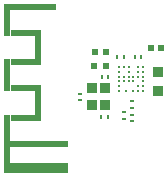
<source format=gtp>
G04*
G04 #@! TF.GenerationSoftware,Altium Limited,Altium Designer,21.3.2 (30)*
G04*
G04 Layer_Color=8421504*
%FSLAX44Y44*%
%MOMM*%
G71*
G04*
G04 #@! TF.SameCoordinates,63FCB1AE-FA75-410F-B4B2-0E9A8DB9BD7B*
G04*
G04*
G04 #@! TF.FilePolarity,Positive*
G04*
G01*
G75*
%ADD15R,0.9300X0.8100*%
%ADD16R,0.5600X0.6000*%
%ADD17R,4.9000X0.9000*%
%ADD18R,0.5000X2.7000*%
%ADD19R,2.6400X0.5000*%
%ADD20R,0.5000X2.0000*%
%ADD21R,3.9400X0.5000*%
%ADD22R,4.9000X0.5000*%
%ADD23R,0.5000X5.0000*%
%ADD24C,0.1940*%
%ADD25R,0.6000X0.5000*%
%ADD26R,0.8500X0.9500*%
%ADD27R,0.3000X0.2700*%
%ADD28R,0.2700X0.3000*%
D15*
X1177000Y720735D02*
D03*
Y704535D02*
D03*
D16*
X1179550Y740600D02*
D03*
X1170850D02*
D03*
D17*
X1076000Y638800D02*
D03*
D18*
X1049002Y717805D02*
D03*
X1049001Y764801D02*
D03*
D19*
X1064702Y728806D02*
D03*
Y753806D02*
D03*
X1064700Y706800D02*
D03*
Y681800D02*
D03*
D20*
X1075402Y741306D02*
D03*
X1075400Y694300D02*
D03*
D21*
X1071211Y775801D02*
D03*
D22*
X1076000Y659800D02*
D03*
D23*
X1049000Y659300D02*
D03*
D24*
X1144000Y704500D02*
D03*
Y708500D02*
D03*
Y712500D02*
D03*
Y716500D02*
D03*
Y720500D02*
D03*
Y724500D02*
D03*
X1150000Y704500D02*
D03*
X1148000Y712500D02*
D03*
Y716500D02*
D03*
Y724500D02*
D03*
X1164000Y712500D02*
D03*
Y716500D02*
D03*
Y720500D02*
D03*
Y724500D02*
D03*
Y704500D02*
D03*
Y708500D02*
D03*
X1152000Y712500D02*
D03*
Y716500D02*
D03*
Y724500D02*
D03*
X1156000Y704500D02*
D03*
Y712500D02*
D03*
Y716500D02*
D03*
X1152000Y720500D02*
D03*
X1160000Y704500D02*
D03*
Y708500D02*
D03*
Y720500D02*
D03*
Y724500D02*
D03*
Y716500D02*
D03*
D25*
X1123000Y725700D02*
D03*
X1133000D02*
D03*
X1123200Y737000D02*
D03*
X1133200D02*
D03*
D26*
X1120699Y706604D02*
D03*
X1132199D02*
D03*
X1120699Y692104D02*
D03*
X1132199D02*
D03*
D27*
X1154789Y678534D02*
D03*
X1154789Y684234D02*
D03*
X1154791Y689962D02*
D03*
X1154791Y695662D02*
D03*
X1148399Y686354D02*
D03*
Y680654D02*
D03*
X1111199Y696504D02*
D03*
Y702204D02*
D03*
D28*
X1134899Y716204D02*
D03*
X1129199D02*
D03*
X1162847Y732790D02*
D03*
X1157148D02*
D03*
X1142400Y733400D02*
D03*
X1148100D02*
D03*
X1128999Y682704D02*
D03*
X1134699D02*
D03*
M02*

</source>
